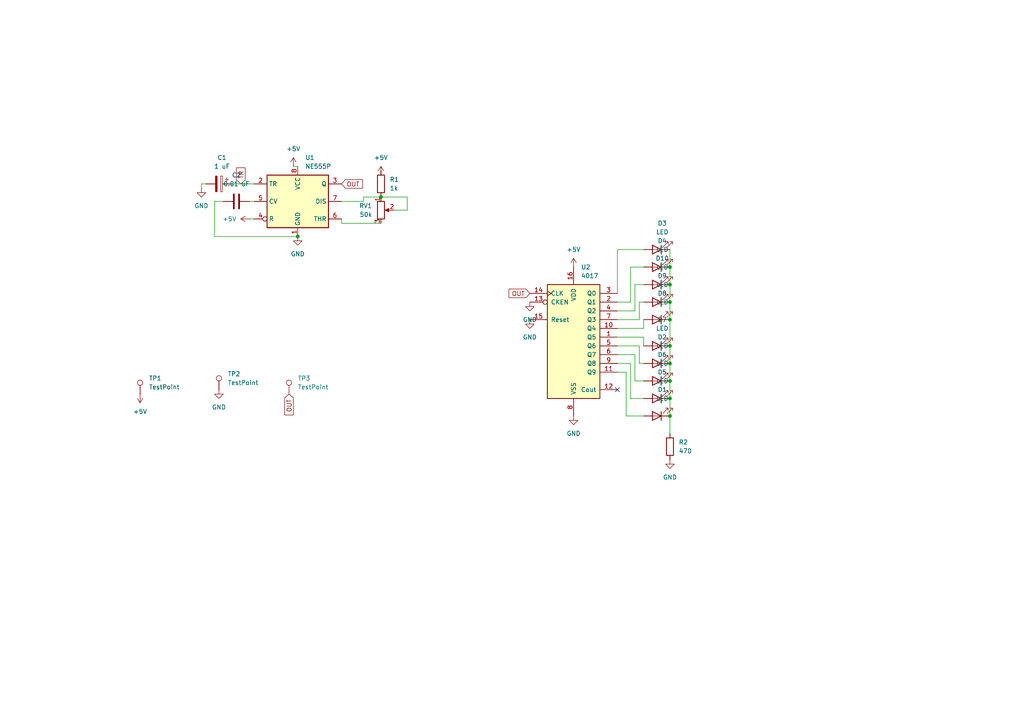
<source format=kicad_sch>
(kicad_sch
	(version 20250114)
	(generator "eeschema")
	(generator_version "9.0")
	(uuid "f23e551b-af0d-41fb-a9c9-3b14d2944636")
	(paper "A4")
	(lib_symbols
		(symbol "4xxx:4017"
			(pin_names
				(offset 1.016)
			)
			(exclude_from_sim no)
			(in_bom yes)
			(on_board yes)
			(property "Reference" "U"
				(at -7.62 16.51 0)
				(effects
					(font
						(size 1.27 1.27)
					)
				)
			)
			(property "Value" "4017"
				(at -7.62 -19.05 0)
				(effects
					(font
						(size 1.27 1.27)
					)
				)
			)
			(property "Footprint" ""
				(at 0 0 0)
				(effects
					(font
						(size 1.27 1.27)
					)
					(hide yes)
				)
			)
			(property "Datasheet" "http://www.intersil.com/content/dam/Intersil/documents/cd40/cd4017bms-22bms.pdf"
				(at 0 0 0)
				(effects
					(font
						(size 1.27 1.27)
					)
					(hide yes)
				)
			)
			(property "Description" "Johnson Counter ( 10 outputs )"
				(at 0 0 0)
				(effects
					(font
						(size 1.27 1.27)
					)
					(hide yes)
				)
			)
			(property "ki_locked" ""
				(at 0 0 0)
				(effects
					(font
						(size 1.27 1.27)
					)
				)
			)
			(property "ki_keywords" "CNT CNT10"
				(at 0 0 0)
				(effects
					(font
						(size 1.27 1.27)
					)
					(hide yes)
				)
			)
			(property "ki_fp_filters" "DIP?16*"
				(at 0 0 0)
				(effects
					(font
						(size 1.27 1.27)
					)
					(hide yes)
				)
			)
			(symbol "4017_1_0"
				(pin input clock
					(at -12.7 12.7 0)
					(length 5.08)
					(name "CLK"
						(effects
							(font
								(size 1.27 1.27)
							)
						)
					)
					(number "14"
						(effects
							(font
								(size 1.27 1.27)
							)
						)
					)
				)
				(pin input inverted
					(at -12.7 10.16 0)
					(length 5.08)
					(name "CKEN"
						(effects
							(font
								(size 1.27 1.27)
							)
						)
					)
					(number "13"
						(effects
							(font
								(size 1.27 1.27)
							)
						)
					)
				)
				(pin input line
					(at -12.7 5.08 0)
					(length 5.08)
					(name "Reset"
						(effects
							(font
								(size 1.27 1.27)
							)
						)
					)
					(number "15"
						(effects
							(font
								(size 1.27 1.27)
							)
						)
					)
				)
				(pin power_in line
					(at 0 20.32 270)
					(length 5.08)
					(name "VDD"
						(effects
							(font
								(size 1.27 1.27)
							)
						)
					)
					(number "16"
						(effects
							(font
								(size 1.27 1.27)
							)
						)
					)
				)
				(pin power_in line
					(at 0 -22.86 90)
					(length 5.08)
					(name "VSS"
						(effects
							(font
								(size 1.27 1.27)
							)
						)
					)
					(number "8"
						(effects
							(font
								(size 1.27 1.27)
							)
						)
					)
				)
				(pin output line
					(at 12.7 12.7 180)
					(length 5.08)
					(name "Q0"
						(effects
							(font
								(size 1.27 1.27)
							)
						)
					)
					(number "3"
						(effects
							(font
								(size 1.27 1.27)
							)
						)
					)
				)
				(pin output line
					(at 12.7 10.16 180)
					(length 5.08)
					(name "Q1"
						(effects
							(font
								(size 1.27 1.27)
							)
						)
					)
					(number "2"
						(effects
							(font
								(size 1.27 1.27)
							)
						)
					)
				)
				(pin output line
					(at 12.7 7.62 180)
					(length 5.08)
					(name "Q2"
						(effects
							(font
								(size 1.27 1.27)
							)
						)
					)
					(number "4"
						(effects
							(font
								(size 1.27 1.27)
							)
						)
					)
				)
				(pin output line
					(at 12.7 5.08 180)
					(length 5.08)
					(name "Q3"
						(effects
							(font
								(size 1.27 1.27)
							)
						)
					)
					(number "7"
						(effects
							(font
								(size 1.27 1.27)
							)
						)
					)
				)
				(pin output line
					(at 12.7 2.54 180)
					(length 5.08)
					(name "Q4"
						(effects
							(font
								(size 1.27 1.27)
							)
						)
					)
					(number "10"
						(effects
							(font
								(size 1.27 1.27)
							)
						)
					)
				)
				(pin output line
					(at 12.7 0 180)
					(length 5.08)
					(name "Q5"
						(effects
							(font
								(size 1.27 1.27)
							)
						)
					)
					(number "1"
						(effects
							(font
								(size 1.27 1.27)
							)
						)
					)
				)
				(pin output line
					(at 12.7 -2.54 180)
					(length 5.08)
					(name "Q6"
						(effects
							(font
								(size 1.27 1.27)
							)
						)
					)
					(number "5"
						(effects
							(font
								(size 1.27 1.27)
							)
						)
					)
				)
				(pin output line
					(at 12.7 -5.08 180)
					(length 5.08)
					(name "Q7"
						(effects
							(font
								(size 1.27 1.27)
							)
						)
					)
					(number "6"
						(effects
							(font
								(size 1.27 1.27)
							)
						)
					)
				)
				(pin output line
					(at 12.7 -7.62 180)
					(length 5.08)
					(name "Q8"
						(effects
							(font
								(size 1.27 1.27)
							)
						)
					)
					(number "9"
						(effects
							(font
								(size 1.27 1.27)
							)
						)
					)
				)
				(pin output line
					(at 12.7 -10.16 180)
					(length 5.08)
					(name "Q9"
						(effects
							(font
								(size 1.27 1.27)
							)
						)
					)
					(number "11"
						(effects
							(font
								(size 1.27 1.27)
							)
						)
					)
				)
				(pin output line
					(at 12.7 -15.24 180)
					(length 5.08)
					(name "Cout"
						(effects
							(font
								(size 1.27 1.27)
							)
						)
					)
					(number "12"
						(effects
							(font
								(size 1.27 1.27)
							)
						)
					)
				)
			)
			(symbol "4017_1_1"
				(rectangle
					(start -7.62 15.24)
					(end 7.62 -17.78)
					(stroke
						(width 0.254)
						(type default)
					)
					(fill
						(type background)
					)
				)
			)
			(embedded_fonts no)
		)
		(symbol "Connector:TestPoint"
			(pin_numbers
				(hide yes)
			)
			(pin_names
				(offset 0.762)
				(hide yes)
			)
			(exclude_from_sim no)
			(in_bom yes)
			(on_board yes)
			(property "Reference" "TP"
				(at 0 6.858 0)
				(effects
					(font
						(size 1.27 1.27)
					)
				)
			)
			(property "Value" "TestPoint"
				(at 0 5.08 0)
				(effects
					(font
						(size 1.27 1.27)
					)
				)
			)
			(property "Footprint" ""
				(at 5.08 0 0)
				(effects
					(font
						(size 1.27 1.27)
					)
					(hide yes)
				)
			)
			(property "Datasheet" "~"
				(at 5.08 0 0)
				(effects
					(font
						(size 1.27 1.27)
					)
					(hide yes)
				)
			)
			(property "Description" "test point"
				(at 0 0 0)
				(effects
					(font
						(size 1.27 1.27)
					)
					(hide yes)
				)
			)
			(property "ki_keywords" "test point tp"
				(at 0 0 0)
				(effects
					(font
						(size 1.27 1.27)
					)
					(hide yes)
				)
			)
			(property "ki_fp_filters" "Pin* Test*"
				(at 0 0 0)
				(effects
					(font
						(size 1.27 1.27)
					)
					(hide yes)
				)
			)
			(symbol "TestPoint_0_1"
				(circle
					(center 0 3.302)
					(radius 0.762)
					(stroke
						(width 0)
						(type default)
					)
					(fill
						(type none)
					)
				)
			)
			(symbol "TestPoint_1_1"
				(pin passive line
					(at 0 0 90)
					(length 2.54)
					(name "1"
						(effects
							(font
								(size 1.27 1.27)
							)
						)
					)
					(number "1"
						(effects
							(font
								(size 1.27 1.27)
							)
						)
					)
				)
			)
			(embedded_fonts no)
		)
		(symbol "Device:C"
			(pin_numbers
				(hide yes)
			)
			(pin_names
				(offset 0.254)
			)
			(exclude_from_sim no)
			(in_bom yes)
			(on_board yes)
			(property "Reference" "C"
				(at 0.635 2.54 0)
				(effects
					(font
						(size 1.27 1.27)
					)
					(justify left)
				)
			)
			(property "Value" "C"
				(at 0.635 -2.54 0)
				(effects
					(font
						(size 1.27 1.27)
					)
					(justify left)
				)
			)
			(property "Footprint" ""
				(at 0.9652 -3.81 0)
				(effects
					(font
						(size 1.27 1.27)
					)
					(hide yes)
				)
			)
			(property "Datasheet" "~"
				(at 0 0 0)
				(effects
					(font
						(size 1.27 1.27)
					)
					(hide yes)
				)
			)
			(property "Description" "Unpolarized capacitor"
				(at 0 0 0)
				(effects
					(font
						(size 1.27 1.27)
					)
					(hide yes)
				)
			)
			(property "ki_keywords" "cap capacitor"
				(at 0 0 0)
				(effects
					(font
						(size 1.27 1.27)
					)
					(hide yes)
				)
			)
			(property "ki_fp_filters" "C_*"
				(at 0 0 0)
				(effects
					(font
						(size 1.27 1.27)
					)
					(hide yes)
				)
			)
			(symbol "C_0_1"
				(polyline
					(pts
						(xy -2.032 0.762) (xy 2.032 0.762)
					)
					(stroke
						(width 0.508)
						(type default)
					)
					(fill
						(type none)
					)
				)
				(polyline
					(pts
						(xy -2.032 -0.762) (xy 2.032 -0.762)
					)
					(stroke
						(width 0.508)
						(type default)
					)
					(fill
						(type none)
					)
				)
			)
			(symbol "C_1_1"
				(pin passive line
					(at 0 3.81 270)
					(length 2.794)
					(name "~"
						(effects
							(font
								(size 1.27 1.27)
							)
						)
					)
					(number "1"
						(effects
							(font
								(size 1.27 1.27)
							)
						)
					)
				)
				(pin passive line
					(at 0 -3.81 90)
					(length 2.794)
					(name "~"
						(effects
							(font
								(size 1.27 1.27)
							)
						)
					)
					(number "2"
						(effects
							(font
								(size 1.27 1.27)
							)
						)
					)
				)
			)
			(embedded_fonts no)
		)
		(symbol "Device:C_Polarized"
			(pin_numbers
				(hide yes)
			)
			(pin_names
				(offset 0.254)
			)
			(exclude_from_sim no)
			(in_bom yes)
			(on_board yes)
			(property "Reference" "C"
				(at 0.635 2.54 0)
				(effects
					(font
						(size 1.27 1.27)
					)
					(justify left)
				)
			)
			(property "Value" "C_Polarized"
				(at 0.635 -2.54 0)
				(effects
					(font
						(size 1.27 1.27)
					)
					(justify left)
				)
			)
			(property "Footprint" ""
				(at 0.9652 -3.81 0)
				(effects
					(font
						(size 1.27 1.27)
					)
					(hide yes)
				)
			)
			(property "Datasheet" "~"
				(at 0 0 0)
				(effects
					(font
						(size 1.27 1.27)
					)
					(hide yes)
				)
			)
			(property "Description" "Polarized capacitor"
				(at 0 0 0)
				(effects
					(font
						(size 1.27 1.27)
					)
					(hide yes)
				)
			)
			(property "ki_keywords" "cap capacitor"
				(at 0 0 0)
				(effects
					(font
						(size 1.27 1.27)
					)
					(hide yes)
				)
			)
			(property "ki_fp_filters" "CP_*"
				(at 0 0 0)
				(effects
					(font
						(size 1.27 1.27)
					)
					(hide yes)
				)
			)
			(symbol "C_Polarized_0_1"
				(rectangle
					(start -2.286 0.508)
					(end 2.286 1.016)
					(stroke
						(width 0)
						(type default)
					)
					(fill
						(type none)
					)
				)
				(polyline
					(pts
						(xy -1.778 2.286) (xy -0.762 2.286)
					)
					(stroke
						(width 0)
						(type default)
					)
					(fill
						(type none)
					)
				)
				(polyline
					(pts
						(xy -1.27 2.794) (xy -1.27 1.778)
					)
					(stroke
						(width 0)
						(type default)
					)
					(fill
						(type none)
					)
				)
				(rectangle
					(start 2.286 -0.508)
					(end -2.286 -1.016)
					(stroke
						(width 0)
						(type default)
					)
					(fill
						(type outline)
					)
				)
			)
			(symbol "C_Polarized_1_1"
				(pin passive line
					(at 0 3.81 270)
					(length 2.794)
					(name "~"
						(effects
							(font
								(size 1.27 1.27)
							)
						)
					)
					(number "1"
						(effects
							(font
								(size 1.27 1.27)
							)
						)
					)
				)
				(pin passive line
					(at 0 -3.81 90)
					(length 2.794)
					(name "~"
						(effects
							(font
								(size 1.27 1.27)
							)
						)
					)
					(number "2"
						(effects
							(font
								(size 1.27 1.27)
							)
						)
					)
				)
			)
			(embedded_fonts no)
		)
		(symbol "Device:LED"
			(pin_numbers
				(hide yes)
			)
			(pin_names
				(offset 1.016)
				(hide yes)
			)
			(exclude_from_sim no)
			(in_bom yes)
			(on_board yes)
			(property "Reference" "D"
				(at 0 2.54 0)
				(effects
					(font
						(size 1.27 1.27)
					)
				)
			)
			(property "Value" "LED"
				(at 0 -2.54 0)
				(effects
					(font
						(size 1.27 1.27)
					)
				)
			)
			(property "Footprint" ""
				(at 0 0 0)
				(effects
					(font
						(size 1.27 1.27)
					)
					(hide yes)
				)
			)
			(property "Datasheet" "~"
				(at 0 0 0)
				(effects
					(font
						(size 1.27 1.27)
					)
					(hide yes)
				)
			)
			(property "Description" "Light emitting diode"
				(at 0 0 0)
				(effects
					(font
						(size 1.27 1.27)
					)
					(hide yes)
				)
			)
			(property "Sim.Pins" "1=K 2=A"
				(at 0 0 0)
				(effects
					(font
						(size 1.27 1.27)
					)
					(hide yes)
				)
			)
			(property "ki_keywords" "LED diode"
				(at 0 0 0)
				(effects
					(font
						(size 1.27 1.27)
					)
					(hide yes)
				)
			)
			(property "ki_fp_filters" "LED* LED_SMD:* LED_THT:*"
				(at 0 0 0)
				(effects
					(font
						(size 1.27 1.27)
					)
					(hide yes)
				)
			)
			(symbol "LED_0_1"
				(polyline
					(pts
						(xy -3.048 -0.762) (xy -4.572 -2.286) (xy -3.81 -2.286) (xy -4.572 -2.286) (xy -4.572 -1.524)
					)
					(stroke
						(width 0)
						(type default)
					)
					(fill
						(type none)
					)
				)
				(polyline
					(pts
						(xy -1.778 -0.762) (xy -3.302 -2.286) (xy -2.54 -2.286) (xy -3.302 -2.286) (xy -3.302 -1.524)
					)
					(stroke
						(width 0)
						(type default)
					)
					(fill
						(type none)
					)
				)
				(polyline
					(pts
						(xy -1.27 0) (xy 1.27 0)
					)
					(stroke
						(width 0)
						(type default)
					)
					(fill
						(type none)
					)
				)
				(polyline
					(pts
						(xy -1.27 -1.27) (xy -1.27 1.27)
					)
					(stroke
						(width 0.254)
						(type default)
					)
					(fill
						(type none)
					)
				)
				(polyline
					(pts
						(xy 1.27 -1.27) (xy 1.27 1.27) (xy -1.27 0) (xy 1.27 -1.27)
					)
					(stroke
						(width 0.254)
						(type default)
					)
					(fill
						(type none)
					)
				)
			)
			(symbol "LED_1_1"
				(pin passive line
					(at -3.81 0 0)
					(length 2.54)
					(name "K"
						(effects
							(font
								(size 1.27 1.27)
							)
						)
					)
					(number "1"
						(effects
							(font
								(size 1.27 1.27)
							)
						)
					)
				)
				(pin passive line
					(at 3.81 0 180)
					(length 2.54)
					(name "A"
						(effects
							(font
								(size 1.27 1.27)
							)
						)
					)
					(number "2"
						(effects
							(font
								(size 1.27 1.27)
							)
						)
					)
				)
			)
			(embedded_fonts no)
		)
		(symbol "Device:R"
			(pin_numbers
				(hide yes)
			)
			(pin_names
				(offset 0)
			)
			(exclude_from_sim no)
			(in_bom yes)
			(on_board yes)
			(property "Reference" "R"
				(at 2.032 0 90)
				(effects
					(font
						(size 1.27 1.27)
					)
				)
			)
			(property "Value" "R"
				(at 0 0 90)
				(effects
					(font
						(size 1.27 1.27)
					)
				)
			)
			(property "Footprint" ""
				(at -1.778 0 90)
				(effects
					(font
						(size 1.27 1.27)
					)
					(hide yes)
				)
			)
			(property "Datasheet" "~"
				(at 0 0 0)
				(effects
					(font
						(size 1.27 1.27)
					)
					(hide yes)
				)
			)
			(property "Description" "Resistor"
				(at 0 0 0)
				(effects
					(font
						(size 1.27 1.27)
					)
					(hide yes)
				)
			)
			(property "ki_keywords" "R res resistor"
				(at 0 0 0)
				(effects
					(font
						(size 1.27 1.27)
					)
					(hide yes)
				)
			)
			(property "ki_fp_filters" "R_*"
				(at 0 0 0)
				(effects
					(font
						(size 1.27 1.27)
					)
					(hide yes)
				)
			)
			(symbol "R_0_1"
				(rectangle
					(start -1.016 -2.54)
					(end 1.016 2.54)
					(stroke
						(width 0.254)
						(type default)
					)
					(fill
						(type none)
					)
				)
			)
			(symbol "R_1_1"
				(pin passive line
					(at 0 3.81 270)
					(length 1.27)
					(name "~"
						(effects
							(font
								(size 1.27 1.27)
							)
						)
					)
					(number "1"
						(effects
							(font
								(size 1.27 1.27)
							)
						)
					)
				)
				(pin passive line
					(at 0 -3.81 90)
					(length 1.27)
					(name "~"
						(effects
							(font
								(size 1.27 1.27)
							)
						)
					)
					(number "2"
						(effects
							(font
								(size 1.27 1.27)
							)
						)
					)
				)
			)
			(embedded_fonts no)
		)
		(symbol "Device:R_Potentiometer"
			(pin_names
				(offset 1.016)
				(hide yes)
			)
			(exclude_from_sim no)
			(in_bom yes)
			(on_board yes)
			(property "Reference" "RV"
				(at -4.445 0 90)
				(effects
					(font
						(size 1.27 1.27)
					)
				)
			)
			(property "Value" "R_Potentiometer"
				(at -2.54 0 90)
				(effects
					(font
						(size 1.27 1.27)
					)
				)
			)
			(property "Footprint" ""
				(at 0 0 0)
				(effects
					(font
						(size 1.27 1.27)
					)
					(hide yes)
				)
			)
			(property "Datasheet" "~"
				(at 0 0 0)
				(effects
					(font
						(size 1.27 1.27)
					)
					(hide yes)
				)
			)
			(property "Description" "Potentiometer"
				(at 0 0 0)
				(effects
					(font
						(size 1.27 1.27)
					)
					(hide yes)
				)
			)
			(property "ki_keywords" "resistor variable"
				(at 0 0 0)
				(effects
					(font
						(size 1.27 1.27)
					)
					(hide yes)
				)
			)
			(property "ki_fp_filters" "Potentiometer*"
				(at 0 0 0)
				(effects
					(font
						(size 1.27 1.27)
					)
					(hide yes)
				)
			)
			(symbol "R_Potentiometer_0_1"
				(rectangle
					(start 1.016 2.54)
					(end -1.016 -2.54)
					(stroke
						(width 0.254)
						(type default)
					)
					(fill
						(type none)
					)
				)
				(polyline
					(pts
						(xy 1.143 0) (xy 2.286 0.508) (xy 2.286 -0.508) (xy 1.143 0)
					)
					(stroke
						(width 0)
						(type default)
					)
					(fill
						(type outline)
					)
				)
				(polyline
					(pts
						(xy 2.54 0) (xy 1.524 0)
					)
					(stroke
						(width 0)
						(type default)
					)
					(fill
						(type none)
					)
				)
			)
			(symbol "R_Potentiometer_1_1"
				(pin passive line
					(at 0 3.81 270)
					(length 1.27)
					(name "1"
						(effects
							(font
								(size 1.27 1.27)
							)
						)
					)
					(number "1"
						(effects
							(font
								(size 1.27 1.27)
							)
						)
					)
				)
				(pin passive line
					(at 0 -3.81 90)
					(length 1.27)
					(name "3"
						(effects
							(font
								(size 1.27 1.27)
							)
						)
					)
					(number "3"
						(effects
							(font
								(size 1.27 1.27)
							)
						)
					)
				)
				(pin passive line
					(at 3.81 0 180)
					(length 1.27)
					(name "2"
						(effects
							(font
								(size 1.27 1.27)
							)
						)
					)
					(number "2"
						(effects
							(font
								(size 1.27 1.27)
							)
						)
					)
				)
			)
			(embedded_fonts no)
		)
		(symbol "Timer:NE555P"
			(exclude_from_sim no)
			(in_bom yes)
			(on_board yes)
			(property "Reference" "U"
				(at -10.16 8.89 0)
				(effects
					(font
						(size 1.27 1.27)
					)
					(justify left)
				)
			)
			(property "Value" "NE555P"
				(at 2.54 8.89 0)
				(effects
					(font
						(size 1.27 1.27)
					)
					(justify left)
				)
			)
			(property "Footprint" "Package_DIP:DIP-8_W7.62mm"
				(at 16.51 -10.16 0)
				(effects
					(font
						(size 1.27 1.27)
					)
					(hide yes)
				)
			)
			(property "Datasheet" "http://www.ti.com/lit/ds/symlink/ne555.pdf"
				(at 21.59 -10.16 0)
				(effects
					(font
						(size 1.27 1.27)
					)
					(hide yes)
				)
			)
			(property "Description" "Precision Timers, 555 compatible,  PDIP-8"
				(at 0 0 0)
				(effects
					(font
						(size 1.27 1.27)
					)
					(hide yes)
				)
			)
			(property "ki_keywords" "single timer 555"
				(at 0 0 0)
				(effects
					(font
						(size 1.27 1.27)
					)
					(hide yes)
				)
			)
			(property "ki_fp_filters" "DIP*W7.62mm*"
				(at 0 0 0)
				(effects
					(font
						(size 1.27 1.27)
					)
					(hide yes)
				)
			)
			(symbol "NE555P_0_0"
				(pin power_in line
					(at 0 10.16 270)
					(length 2.54)
					(name "VCC"
						(effects
							(font
								(size 1.27 1.27)
							)
						)
					)
					(number "8"
						(effects
							(font
								(size 1.27 1.27)
							)
						)
					)
				)
				(pin power_in line
					(at 0 -10.16 90)
					(length 2.54)
					(name "GND"
						(effects
							(font
								(size 1.27 1.27)
							)
						)
					)
					(number "1"
						(effects
							(font
								(size 1.27 1.27)
							)
						)
					)
				)
			)
			(symbol "NE555P_0_1"
				(rectangle
					(start -8.89 -7.62)
					(end 8.89 7.62)
					(stroke
						(width 0.254)
						(type default)
					)
					(fill
						(type background)
					)
				)
				(rectangle
					(start -8.89 -7.62)
					(end 8.89 7.62)
					(stroke
						(width 0.254)
						(type default)
					)
					(fill
						(type background)
					)
				)
			)
			(symbol "NE555P_1_1"
				(pin input line
					(at -12.7 5.08 0)
					(length 3.81)
					(name "TR"
						(effects
							(font
								(size 1.27 1.27)
							)
						)
					)
					(number "2"
						(effects
							(font
								(size 1.27 1.27)
							)
						)
					)
				)
				(pin input line
					(at -12.7 0 0)
					(length 3.81)
					(name "CV"
						(effects
							(font
								(size 1.27 1.27)
							)
						)
					)
					(number "5"
						(effects
							(font
								(size 1.27 1.27)
							)
						)
					)
				)
				(pin input inverted
					(at -12.7 -5.08 0)
					(length 3.81)
					(name "R"
						(effects
							(font
								(size 1.27 1.27)
							)
						)
					)
					(number "4"
						(effects
							(font
								(size 1.27 1.27)
							)
						)
					)
				)
				(pin output line
					(at 12.7 5.08 180)
					(length 3.81)
					(name "Q"
						(effects
							(font
								(size 1.27 1.27)
							)
						)
					)
					(number "3"
						(effects
							(font
								(size 1.27 1.27)
							)
						)
					)
				)
				(pin input line
					(at 12.7 0 180)
					(length 3.81)
					(name "DIS"
						(effects
							(font
								(size 1.27 1.27)
							)
						)
					)
					(number "7"
						(effects
							(font
								(size 1.27 1.27)
							)
						)
					)
				)
				(pin input line
					(at 12.7 -5.08 180)
					(length 3.81)
					(name "THR"
						(effects
							(font
								(size 1.27 1.27)
							)
						)
					)
					(number "6"
						(effects
							(font
								(size 1.27 1.27)
							)
						)
					)
				)
			)
			(embedded_fonts no)
		)
		(symbol "power:+5V"
			(power)
			(pin_numbers
				(hide yes)
			)
			(pin_names
				(offset 0)
				(hide yes)
			)
			(exclude_from_sim no)
			(in_bom yes)
			(on_board yes)
			(property "Reference" "#PWR"
				(at 0 -3.81 0)
				(effects
					(font
						(size 1.27 1.27)
					)
					(hide yes)
				)
			)
			(property "Value" "+5V"
				(at 0 3.556 0)
				(effects
					(font
						(size 1.27 1.27)
					)
				)
			)
			(property "Footprint" ""
				(at 0 0 0)
				(effects
					(font
						(size 1.27 1.27)
					)
					(hide yes)
				)
			)
			(property "Datasheet" ""
				(at 0 0 0)
				(effects
					(font
						(size 1.27 1.27)
					)
					(hide yes)
				)
			)
			(property "Description" "Power symbol creates a global label with name \"+5V\""
				(at 0 0 0)
				(effects
					(font
						(size 1.27 1.27)
					)
					(hide yes)
				)
			)
			(property "ki_keywords" "global power"
				(at 0 0 0)
				(effects
					(font
						(size 1.27 1.27)
					)
					(hide yes)
				)
			)
			(symbol "+5V_0_1"
				(polyline
					(pts
						(xy -0.762 1.27) (xy 0 2.54)
					)
					(stroke
						(width 0)
						(type default)
					)
					(fill
						(type none)
					)
				)
				(polyline
					(pts
						(xy 0 2.54) (xy 0.762 1.27)
					)
					(stroke
						(width 0)
						(type default)
					)
					(fill
						(type none)
					)
				)
				(polyline
					(pts
						(xy 0 0) (xy 0 2.54)
					)
					(stroke
						(width 0)
						(type default)
					)
					(fill
						(type none)
					)
				)
			)
			(symbol "+5V_1_1"
				(pin power_in line
					(at 0 0 90)
					(length 0)
					(name "~"
						(effects
							(font
								(size 1.27 1.27)
							)
						)
					)
					(number "1"
						(effects
							(font
								(size 1.27 1.27)
							)
						)
					)
				)
			)
			(embedded_fonts no)
		)
		(symbol "power:GND"
			(power)
			(pin_numbers
				(hide yes)
			)
			(pin_names
				(offset 0)
				(hide yes)
			)
			(exclude_from_sim no)
			(in_bom yes)
			(on_board yes)
			(property "Reference" "#PWR"
				(at 0 -6.35 0)
				(effects
					(font
						(size 1.27 1.27)
					)
					(hide yes)
				)
			)
			(property "Value" "GND"
				(at 0 -3.81 0)
				(effects
					(font
						(size 1.27 1.27)
					)
				)
			)
			(property "Footprint" ""
				(at 0 0 0)
				(effects
					(font
						(size 1.27 1.27)
					)
					(hide yes)
				)
			)
			(property "Datasheet" ""
				(at 0 0 0)
				(effects
					(font
						(size 1.27 1.27)
					)
					(hide yes)
				)
			)
			(property "Description" "Power symbol creates a global label with name \"GND\" , ground"
				(at 0 0 0)
				(effects
					(font
						(size 1.27 1.27)
					)
					(hide yes)
				)
			)
			(property "ki_keywords" "global power"
				(at 0 0 0)
				(effects
					(font
						(size 1.27 1.27)
					)
					(hide yes)
				)
			)
			(symbol "GND_0_1"
				(polyline
					(pts
						(xy 0 0) (xy 0 -1.27) (xy 1.27 -1.27) (xy 0 -2.54) (xy -1.27 -1.27) (xy 0 -1.27)
					)
					(stroke
						(width 0)
						(type default)
					)
					(fill
						(type none)
					)
				)
			)
			(symbol "GND_1_1"
				(pin power_in line
					(at 0 0 270)
					(length 0)
					(name "~"
						(effects
							(font
								(size 1.27 1.27)
							)
						)
					)
					(number "1"
						(effects
							(font
								(size 1.27 1.27)
							)
						)
					)
				)
			)
			(embedded_fonts no)
		)
	)
	(junction
		(at 194.31 82.55)
		(diameter 0)
		(color 0 0 0 0)
		(uuid "05fb1143-8c18-4994-a512-f324b96b1206")
	)
	(junction
		(at 194.31 77.47)
		(diameter 0)
		(color 0 0 0 0)
		(uuid "2d137012-b9d1-493d-a03c-c1d78e570d76")
	)
	(junction
		(at 194.31 100.33)
		(diameter 0)
		(color 0 0 0 0)
		(uuid "5664a18d-b2fc-4acd-a478-6822cedf8a83")
	)
	(junction
		(at 194.31 92.71)
		(diameter 0)
		(color 0 0 0 0)
		(uuid "755e7654-7ac4-4071-997d-c9a153408a36")
	)
	(junction
		(at 194.31 120.65)
		(diameter 0)
		(color 0 0 0 0)
		(uuid "81d10ea1-7192-41b9-a2fc-56ac7a8d457b")
	)
	(junction
		(at 194.31 87.63)
		(diameter 0)
		(color 0 0 0 0)
		(uuid "9258cc2c-e521-4115-bb7c-d525d2ef5f7e")
	)
	(junction
		(at 110.49 57.15)
		(diameter 0)
		(color 0 0 0 0)
		(uuid "97c85103-a5d1-424a-8021-ff5f2371efff")
	)
	(junction
		(at 194.31 105.41)
		(diameter 0)
		(color 0 0 0 0)
		(uuid "c6e2f32e-e2e0-431f-b046-6275d809287e")
	)
	(junction
		(at 86.36 68.58)
		(diameter 0)
		(color 0 0 0 0)
		(uuid "ca654183-6857-4279-90d5-d32ecc93e5cc")
	)
	(junction
		(at 194.31 110.49)
		(diameter 0)
		(color 0 0 0 0)
		(uuid "dabfab43-547b-46c0-b127-9738e976f73d")
	)
	(junction
		(at 194.31 115.57)
		(diameter 0)
		(color 0 0 0 0)
		(uuid "e6a7cebf-d66e-48f2-a64c-8698ec4ee6e6")
	)
	(no_connect
		(at 179.07 113.03)
		(uuid "789ebb73-8d7f-469a-b58c-e440868c5543")
	)
	(wire
		(pts
			(xy 59.69 53.34) (xy 58.42 53.34)
		)
		(stroke
			(width 0)
			(type default)
		)
		(uuid "03bcc6d7-cbe6-45b4-9f3d-8cb154b82a18")
	)
	(wire
		(pts
			(xy 99.06 58.42) (xy 105.41 58.42)
		)
		(stroke
			(width 0)
			(type default)
		)
		(uuid "0743fd34-af6c-4dd7-ade3-9318715181d9")
	)
	(wire
		(pts
			(xy 186.69 120.65) (xy 181.61 120.65)
		)
		(stroke
			(width 0)
			(type default)
		)
		(uuid "0c9a6459-7d02-489a-bad8-3dab58fe3601")
	)
	(wire
		(pts
			(xy 105.41 58.42) (xy 105.41 57.15)
		)
		(stroke
			(width 0)
			(type default)
		)
		(uuid "0e9a0143-4221-427b-8612-1f6afd59ea42")
	)
	(wire
		(pts
			(xy 194.31 120.65) (xy 194.31 125.73)
		)
		(stroke
			(width 0)
			(type default)
		)
		(uuid "13740845-ac98-40f7-928f-2fa2e209651e")
	)
	(wire
		(pts
			(xy 64.77 58.42) (xy 62.23 58.42)
		)
		(stroke
			(width 0)
			(type default)
		)
		(uuid "17b1a903-d458-418a-b48f-36439c3f7e94")
	)
	(wire
		(pts
			(xy 110.49 57.15) (xy 118.11 57.15)
		)
		(stroke
			(width 0)
			(type default)
		)
		(uuid "1a593ef7-e563-43f6-99f6-ffd1e97af9fc")
	)
	(wire
		(pts
			(xy 62.23 68.58) (xy 86.36 68.58)
		)
		(stroke
			(width 0)
			(type default)
		)
		(uuid "1bf06594-2be6-455d-b1ab-b2a77c9e90b2")
	)
	(wire
		(pts
			(xy 194.31 115.57) (xy 194.31 120.65)
		)
		(stroke
			(width 0)
			(type default)
		)
		(uuid "1eae5865-2b42-48e2-8c61-00633424392e")
	)
	(wire
		(pts
			(xy 182.88 115.57) (xy 182.88 105.41)
		)
		(stroke
			(width 0)
			(type default)
		)
		(uuid "23f82ca9-140c-4685-9136-8cad7579a0cf")
	)
	(wire
		(pts
			(xy 194.31 82.55) (xy 194.31 87.63)
		)
		(stroke
			(width 0)
			(type default)
		)
		(uuid "24293318-cc33-4752-a582-dcee7c5611c7")
	)
	(wire
		(pts
			(xy 184.15 82.55) (xy 186.69 82.55)
		)
		(stroke
			(width 0)
			(type default)
		)
		(uuid "261ac5c8-9168-40e0-9234-8ae448bd9bcd")
	)
	(wire
		(pts
			(xy 179.07 85.09) (xy 179.07 72.39)
		)
		(stroke
			(width 0)
			(type default)
		)
		(uuid "2f79b697-3ec1-41ab-b19c-d985f59750af")
	)
	(wire
		(pts
			(xy 182.88 77.47) (xy 186.69 77.47)
		)
		(stroke
			(width 0)
			(type default)
		)
		(uuid "362f4909-5f40-4d91-bf9f-f818010574f9")
	)
	(wire
		(pts
			(xy 105.41 57.15) (xy 110.49 57.15)
		)
		(stroke
			(width 0)
			(type default)
		)
		(uuid "458dd402-81fb-40e7-aba0-bb446b06dc34")
	)
	(wire
		(pts
			(xy 62.23 58.42) (xy 62.23 68.58)
		)
		(stroke
			(width 0)
			(type default)
		)
		(uuid "4b58f896-cf86-4536-bac5-ba2035a5ed89")
	)
	(wire
		(pts
			(xy 179.07 92.71) (xy 185.42 92.71)
		)
		(stroke
			(width 0)
			(type default)
		)
		(uuid "5dd6cbcf-db76-4503-9b38-8ecc92b9d367")
	)
	(wire
		(pts
			(xy 67.31 53.34) (xy 73.66 53.34)
		)
		(stroke
			(width 0)
			(type default)
		)
		(uuid "5f0f78fc-dde2-4790-8d94-41e522b3af04")
	)
	(wire
		(pts
			(xy 194.31 92.71) (xy 194.31 100.33)
		)
		(stroke
			(width 0)
			(type default)
		)
		(uuid "663db913-9a71-4a84-99b3-fbf1cc0d2fed")
	)
	(wire
		(pts
			(xy 58.42 53.34) (xy 58.42 54.61)
		)
		(stroke
			(width 0)
			(type default)
		)
		(uuid "68729c15-3853-43f5-bbfe-2d31ed22c540")
	)
	(wire
		(pts
			(xy 179.07 90.17) (xy 184.15 90.17)
		)
		(stroke
			(width 0)
			(type default)
		)
		(uuid "693c7717-dffb-45c2-949a-81ce0da29376")
	)
	(wire
		(pts
			(xy 194.31 77.47) (xy 194.31 82.55)
		)
		(stroke
			(width 0)
			(type default)
		)
		(uuid "6b17f880-20c1-4604-868a-ae4952067c58")
	)
	(wire
		(pts
			(xy 73.66 58.42) (xy 72.39 58.42)
		)
		(stroke
			(width 0)
			(type default)
		)
		(uuid "7779d726-c74d-4012-a79c-f4c26ea72d99")
	)
	(wire
		(pts
			(xy 185.42 87.63) (xy 186.69 87.63)
		)
		(stroke
			(width 0)
			(type default)
		)
		(uuid "7da43ed1-b99b-4800-adf5-c408f18ac5e0")
	)
	(wire
		(pts
			(xy 182.88 115.57) (xy 186.69 115.57)
		)
		(stroke
			(width 0)
			(type default)
		)
		(uuid "8054e7d2-af62-4d07-8844-79ae324115bf")
	)
	(wire
		(pts
			(xy 99.06 63.5) (xy 99.06 64.77)
		)
		(stroke
			(width 0)
			(type default)
		)
		(uuid "8388c79c-056d-4c3b-8e11-9337c05f0e2c")
	)
	(wire
		(pts
			(xy 182.88 105.41) (xy 179.07 105.41)
		)
		(stroke
			(width 0)
			(type default)
		)
		(uuid "857a57a4-7702-4a6a-9997-2185bca043d7")
	)
	(wire
		(pts
			(xy 185.42 100.33) (xy 185.42 105.41)
		)
		(stroke
			(width 0)
			(type default)
		)
		(uuid "887ea9fb-970f-4c13-8aed-4b8538788936")
	)
	(wire
		(pts
			(xy 179.07 72.39) (xy 186.69 72.39)
		)
		(stroke
			(width 0)
			(type default)
		)
		(uuid "9ed8754a-e067-4a94-b3ba-7b249cd8efff")
	)
	(wire
		(pts
			(xy 194.31 72.39) (xy 194.31 77.47)
		)
		(stroke
			(width 0)
			(type default)
		)
		(uuid "a3b0c9cd-7722-48e2-baf2-5d74d27d2e35")
	)
	(wire
		(pts
			(xy 99.06 64.77) (xy 110.49 64.77)
		)
		(stroke
			(width 0)
			(type default)
		)
		(uuid "a77b48b2-c2cc-4006-b095-ccc7250711f3")
	)
	(wire
		(pts
			(xy 182.88 87.63) (xy 182.88 77.47)
		)
		(stroke
			(width 0)
			(type default)
		)
		(uuid "afbe4f84-b27f-49dc-9167-296117b9dc29")
	)
	(wire
		(pts
			(xy 179.07 95.25) (xy 186.69 95.25)
		)
		(stroke
			(width 0)
			(type default)
		)
		(uuid "b1c80d7b-70c5-4667-b4c7-c955556a61cd")
	)
	(wire
		(pts
			(xy 194.31 105.41) (xy 194.31 110.49)
		)
		(stroke
			(width 0)
			(type default)
		)
		(uuid "b6266f3e-f5d9-43b8-8ce9-d81abae0edff")
	)
	(wire
		(pts
			(xy 181.61 107.95) (xy 179.07 107.95)
		)
		(stroke
			(width 0)
			(type default)
		)
		(uuid "b6a24ac9-8d07-4a8c-98a7-255332b7d6ea")
	)
	(wire
		(pts
			(xy 194.31 110.49) (xy 194.31 115.57)
		)
		(stroke
			(width 0)
			(type default)
		)
		(uuid "badacd5b-b24b-4799-82c7-4a978b2f687d")
	)
	(wire
		(pts
			(xy 73.66 63.5) (xy 72.39 63.5)
		)
		(stroke
			(width 0)
			(type default)
		)
		(uuid "bd8b8a9d-eea6-4def-ac3d-9af4d32bd3aa")
	)
	(wire
		(pts
			(xy 181.61 107.95) (xy 181.61 120.65)
		)
		(stroke
			(width 0)
			(type default)
		)
		(uuid "bd9e7526-595b-460c-b029-aedd29d1ea26")
	)
	(wire
		(pts
			(xy 194.31 87.63) (xy 194.31 92.71)
		)
		(stroke
			(width 0)
			(type default)
		)
		(uuid "c3a6c861-8462-4c5e-8311-124c14769d44")
	)
	(wire
		(pts
			(xy 118.11 60.96) (xy 114.3 60.96)
		)
		(stroke
			(width 0)
			(type default)
		)
		(uuid "c6fd85bd-655f-4c46-b243-e4b530ff597d")
	)
	(wire
		(pts
			(xy 194.31 100.33) (xy 194.31 105.41)
		)
		(stroke
			(width 0)
			(type default)
		)
		(uuid "d0384fa4-2579-49e5-8a40-a0d64c41a175")
	)
	(wire
		(pts
			(xy 184.15 110.49) (xy 184.15 102.87)
		)
		(stroke
			(width 0)
			(type default)
		)
		(uuid "d42f5f51-69d3-4e32-be2a-514a8e1967ef")
	)
	(wire
		(pts
			(xy 110.49 49.53) (xy 110.49 50.8)
		)
		(stroke
			(width 0)
			(type default)
		)
		(uuid "d93cbd8b-576a-4080-a42b-a017e70dda5d")
	)
	(wire
		(pts
			(xy 179.07 87.63) (xy 182.88 87.63)
		)
		(stroke
			(width 0)
			(type default)
		)
		(uuid "d94f7a2b-6485-4fd4-a41d-7e6b83eb8449")
	)
	(wire
		(pts
			(xy 118.11 57.15) (xy 118.11 60.96)
		)
		(stroke
			(width 0)
			(type default)
		)
		(uuid "db31645d-1640-4727-a7de-f02743448113")
	)
	(wire
		(pts
			(xy 184.15 102.87) (xy 179.07 102.87)
		)
		(stroke
			(width 0)
			(type default)
		)
		(uuid "de543d81-b565-4578-a3d3-cec6193a8685")
	)
	(wire
		(pts
			(xy 185.42 105.41) (xy 186.69 105.41)
		)
		(stroke
			(width 0)
			(type default)
		)
		(uuid "dfd1beaf-4e22-47d7-a140-28d686b6928f")
	)
	(wire
		(pts
			(xy 184.15 90.17) (xy 184.15 82.55)
		)
		(stroke
			(width 0)
			(type default)
		)
		(uuid "ef425c0b-eb2e-426f-b9bf-9fe3038c2d6f")
	)
	(wire
		(pts
			(xy 186.69 92.71) (xy 186.69 95.25)
		)
		(stroke
			(width 0)
			(type default)
		)
		(uuid "efae7fc1-c5de-4968-8173-805b7fffe9a3")
	)
	(wire
		(pts
			(xy 186.69 110.49) (xy 184.15 110.49)
		)
		(stroke
			(width 0)
			(type default)
		)
		(uuid "f02393b0-a755-4f69-a706-005e85f11d71")
	)
	(wire
		(pts
			(xy 179.07 100.33) (xy 185.42 100.33)
		)
		(stroke
			(width 0)
			(type default)
		)
		(uuid "f4b821b9-2899-45c0-ab5b-0b01f1f176a1")
	)
	(wire
		(pts
			(xy 186.69 100.33) (xy 186.69 97.79)
		)
		(stroke
			(width 0)
			(type default)
		)
		(uuid "f66d5d56-1ddf-4243-ba62-4396296d0d5a")
	)
	(wire
		(pts
			(xy 86.36 48.26) (xy 85.09 48.26)
		)
		(stroke
			(width 0)
			(type default)
		)
		(uuid "f75ccb8b-07fb-422a-b97b-1a524d1061d9")
	)
	(wire
		(pts
			(xy 179.07 97.79) (xy 186.69 97.79)
		)
		(stroke
			(width 0)
			(type default)
		)
		(uuid "f9de1183-ae3a-460b-9133-8c23da570c21")
	)
	(wire
		(pts
			(xy 185.42 92.71) (xy 185.42 87.63)
		)
		(stroke
			(width 0)
			(type default)
		)
		(uuid "f9e876cb-61f4-4f46-a4e8-d4028d1422f4")
	)
	(global_label "TR"
		(shape input)
		(at 69.85 53.34 90)
		(fields_autoplaced yes)
		(effects
			(font
				(size 1.27 1.27)
			)
			(justify left)
		)
		(uuid "078185b0-b9aa-4831-ac85-94e2519f4108")
		(property "Intersheetrefs" "${INTERSHEET_REFS}"
			(at 69.85 48.1172 90)
			(effects
				(font
					(size 1.27 1.27)
				)
				(justify left)
				(hide yes)
			)
		)
	)
	(global_label "OUT"
		(shape input)
		(at 153.67 85.09 180)
		(fields_autoplaced yes)
		(effects
			(font
				(size 1.27 1.27)
			)
			(justify right)
		)
		(uuid "694d1966-bea5-4bc2-9f67-545e4baf6995")
		(property "Intersheetrefs" "${INTERSHEET_REFS}"
			(at 147.0562 85.09 0)
			(effects
				(font
					(size 1.27 1.27)
				)
				(justify right)
				(hide yes)
			)
		)
	)
	(global_label "OUT"
		(shape input)
		(at 99.06 53.34 0)
		(fields_autoplaced yes)
		(effects
			(font
				(size 1.27 1.27)
			)
			(justify left)
		)
		(uuid "89ced9ea-18ba-4ddf-adbb-746e1b83c6de")
		(property "Intersheetrefs" "${INTERSHEET_REFS}"
			(at 105.6738 53.34 0)
			(effects
				(font
					(size 1.27 1.27)
				)
				(justify left)
				(hide yes)
			)
		)
	)
	(global_label "OUT"
		(shape input)
		(at 83.82 114.3 270)
		(fields_autoplaced yes)
		(effects
			(font
				(size 1.27 1.27)
			)
			(justify right)
		)
		(uuid "e3adea28-e187-48b9-a528-c9d28bc397ec")
		(property "Intersheetrefs" "${INTERSHEET_REFS}"
			(at 83.82 120.9138 90)
			(effects
				(font
					(size 1.27 1.27)
				)
				(justify right)
				(hide yes)
			)
		)
	)
	(symbol
		(lib_id "Connector:TestPoint")
		(at 40.64 114.3 0)
		(unit 1)
		(exclude_from_sim no)
		(in_bom yes)
		(on_board yes)
		(dnp no)
		(fields_autoplaced yes)
		(uuid "0994ae37-68d3-4346-90f5-838230bdc7e1")
		(property "Reference" "TP1"
			(at 43.18 109.7279 0)
			(effects
				(font
					(size 1.27 1.27)
				)
				(justify left)
			)
		)
		(property "Value" "TestPoint"
			(at 43.18 112.2679 0)
			(effects
				(font
					(size 1.27 1.27)
				)
				(justify left)
			)
		)
		(property "Footprint" "Connector_PinSocket_2.54mm:PinSocket_1x01_P2.54mm_Vertical"
			(at 45.72 114.3 0)
			(effects
				(font
					(size 1.27 1.27)
				)
				(hide yes)
			)
		)
		(property "Datasheet" "~"
			(at 45.72 114.3 0)
			(effects
				(font
					(size 1.27 1.27)
				)
				(hide yes)
			)
		)
		(property "Description" "test point"
			(at 40.64 114.3 0)
			(effects
				(font
					(size 1.27 1.27)
				)
				(hide yes)
			)
		)
		(pin "1"
			(uuid "4ca8f2a2-e74e-4011-a906-12c25208c6d5")
		)
		(instances
			(project ""
				(path "/f23e551b-af0d-41fb-a9c9-3b14d2944636"
					(reference "TP1")
					(unit 1)
				)
			)
		)
	)
	(symbol
		(lib_id "Device:LED")
		(at 190.5 87.63 180)
		(unit 1)
		(exclude_from_sim no)
		(in_bom yes)
		(on_board yes)
		(dnp no)
		(fields_autoplaced yes)
		(uuid "0de47c83-2234-4c74-80fd-52f431e8542d")
		(property "Reference" "D9"
			(at 192.0875 80.01 0)
			(effects
				(font
					(size 1.27 1.27)
				)
			)
		)
		(property "Value" "LED"
			(at 192.0875 82.55 0)
			(effects
				(font
					(size 1.27 1.27)
				)
			)
		)
		(property "Footprint" "LED_THT:LED_D3.0mm"
			(at 190.5 87.63 0)
			(effects
				(font
					(size 1.27 1.27)
				)
				(hide yes)
			)
		)
		(property "Datasheet" "~"
			(at 190.5 87.63 0)
			(effects
				(font
					(size 1.27 1.27)
				)
				(hide yes)
			)
		)
		(property "Description" "Light emitting diode"
			(at 190.5 87.63 0)
			(effects
				(font
					(size 1.27 1.27)
				)
				(hide yes)
			)
		)
		(property "Sim.Pins" "1=K 2=A"
			(at 190.5 87.63 0)
			(effects
				(font
					(size 1.27 1.27)
				)
				(hide yes)
			)
		)
		(pin "1"
			(uuid "af6888b5-1283-43f0-9e27-3f2a166ed89f")
		)
		(pin "2"
			(uuid "e14b3d88-d2f1-4ef2-bc8c-a3b907b49d50")
		)
		(instances
			(project ""
				(path "/f23e551b-af0d-41fb-a9c9-3b14d2944636"
					(reference "D9")
					(unit 1)
				)
			)
		)
	)
	(symbol
		(lib_id "4xxx:4017")
		(at 166.37 97.79 0)
		(unit 1)
		(exclude_from_sim no)
		(in_bom yes)
		(on_board yes)
		(dnp no)
		(fields_autoplaced yes)
		(uuid "0e2e7aa7-e62d-42e7-83e4-53d111bf9d3c")
		(property "Reference" "U2"
			(at 168.5133 77.47 0)
			(effects
				(font
					(size 1.27 1.27)
				)
				(justify left)
			)
		)
		(property "Value" "4017"
			(at 168.5133 80.01 0)
			(effects
				(font
					(size 1.27 1.27)
				)
				(justify left)
			)
		)
		(property "Footprint" "pretty]:N16"
			(at 166.37 97.79 0)
			(effects
				(font
					(size 1.27 1.27)
				)
				(hide yes)
			)
		)
		(property "Datasheet" "http://www.intersil.com/content/dam/Intersil/documents/cd40/cd4017bms-22bms.pdf"
			(at 166.37 97.79 0)
			(effects
				(font
					(size 1.27 1.27)
				)
				(hide yes)
			)
		)
		(property "Description" "Johnson Counter ( 10 outputs )"
			(at 166.37 97.79 0)
			(effects
				(font
					(size 1.27 1.27)
				)
				(hide yes)
			)
		)
		(pin "3"
			(uuid "9529759b-1001-404b-b607-79deb2cda654")
		)
		(pin "14"
			(uuid "f1a9189a-7310-43c5-9621-a2013f1ca635")
		)
		(pin "15"
			(uuid "745382be-9be7-4a24-a2f9-5b2e6ed93779")
		)
		(pin "16"
			(uuid "0d94a93b-1153-4e26-b684-57a8f071ab67")
		)
		(pin "13"
			(uuid "fca3e6de-e436-4a7e-96e0-1e01ad79a130")
		)
		(pin "8"
			(uuid "2e26c10d-3996-4411-b097-bbfd5d56fe0e")
		)
		(pin "4"
			(uuid "6115abb4-f4ba-497a-bad6-2071f22502b2")
		)
		(pin "10"
			(uuid "024e33ef-473f-4ead-88a3-c5b8c2827dd2")
		)
		(pin "9"
			(uuid "4734cf4b-a8b0-4ba9-ab33-fda815d0938b")
		)
		(pin "1"
			(uuid "bc2ba05b-77c9-48ec-816f-9626b920d47b")
		)
		(pin "7"
			(uuid "426cb34d-07da-4c56-89b5-6c82c6e67616")
		)
		(pin "6"
			(uuid "1a6932d7-c5f0-47ff-a843-4a8c3e0f8f99")
		)
		(pin "2"
			(uuid "5876dff3-bec4-4854-a650-65c2c2e06e1c")
		)
		(pin "11"
			(uuid "b3eeee51-de64-4f3b-b9ba-94d258bcdfc0")
		)
		(pin "12"
			(uuid "e449126d-68b0-4186-bd93-adb9e05886a3")
		)
		(pin "5"
			(uuid "9a4dc011-9fd1-42d8-aa96-d401f1eb00a5")
		)
		(instances
			(project ""
				(path "/f23e551b-af0d-41fb-a9c9-3b14d2944636"
					(reference "U2")
					(unit 1)
				)
			)
		)
	)
	(symbol
		(lib_id "Device:C_Polarized")
		(at 63.5 53.34 270)
		(unit 1)
		(exclude_from_sim no)
		(in_bom yes)
		(on_board yes)
		(dnp no)
		(fields_autoplaced yes)
		(uuid "1c1972ff-395f-40be-a322-1528f30db7fb")
		(property "Reference" "C1"
			(at 64.389 45.72 90)
			(effects
				(font
					(size 1.27 1.27)
				)
			)
		)
		(property "Value" "1 uF"
			(at 64.389 48.26 90)
			(effects
				(font
					(size 1.27 1.27)
				)
			)
		)
		(property "Footprint" "Capacitor_THT:CP_Radial_D5.0mm_P2.00mm"
			(at 59.69 54.3052 0)
			(effects
				(font
					(size 1.27 1.27)
				)
				(hide yes)
			)
		)
		(property "Datasheet" "~"
			(at 63.5 53.34 0)
			(effects
				(font
					(size 1.27 1.27)
				)
				(hide yes)
			)
		)
		(property "Description" "Polarized capacitor"
			(at 63.5 53.34 0)
			(effects
				(font
					(size 1.27 1.27)
				)
				(hide yes)
			)
		)
		(pin "2"
			(uuid "c96c6a85-461c-435a-9c05-e387cbe90522")
		)
		(pin "1"
			(uuid "4b9a47f1-f482-48ed-988a-f9427a6142e6")
		)
		(instances
			(project ""
				(path "/f23e551b-af0d-41fb-a9c9-3b14d2944636"
					(reference "C1")
					(unit 1)
				)
			)
		)
	)
	(symbol
		(lib_id "power:+5V")
		(at 40.64 114.3 180)
		(unit 1)
		(exclude_from_sim no)
		(in_bom yes)
		(on_board yes)
		(dnp no)
		(fields_autoplaced yes)
		(uuid "368610a2-c4bf-496b-ae0f-5592d39ba7d8")
		(property "Reference" "#PWR01"
			(at 40.64 110.49 0)
			(effects
				(font
					(size 1.27 1.27)
				)
				(hide yes)
			)
		)
		(property "Value" "+5V"
			(at 40.64 119.38 0)
			(effects
				(font
					(size 1.27 1.27)
				)
			)
		)
		(property "Footprint" ""
			(at 40.64 114.3 0)
			(effects
				(font
					(size 1.27 1.27)
				)
				(hide yes)
			)
		)
		(property "Datasheet" ""
			(at 40.64 114.3 0)
			(effects
				(font
					(size 1.27 1.27)
				)
				(hide yes)
			)
		)
		(property "Description" "Power symbol creates a global label with name \"+5V\""
			(at 40.64 114.3 0)
			(effects
				(font
					(size 1.27 1.27)
				)
				(hide yes)
			)
		)
		(pin "1"
			(uuid "54b9379b-86df-411d-a215-d032c273d895")
		)
		(instances
			(project ""
				(path "/f23e551b-af0d-41fb-a9c9-3b14d2944636"
					(reference "#PWR01")
					(unit 1)
				)
			)
		)
	)
	(symbol
		(lib_id "power:GND")
		(at 166.37 120.65 0)
		(unit 1)
		(exclude_from_sim no)
		(in_bom yes)
		(on_board yes)
		(dnp no)
		(fields_autoplaced yes)
		(uuid "3ae299e8-9c56-4f89-a395-aef6fe497942")
		(property "Reference" "#PWR07"
			(at 166.37 127 0)
			(effects
				(font
					(size 1.27 1.27)
				)
				(hide yes)
			)
		)
		(property "Value" "GND"
			(at 166.37 125.73 0)
			(effects
				(font
					(size 1.27 1.27)
				)
			)
		)
		(property "Footprint" ""
			(at 166.37 120.65 0)
			(effects
				(font
					(size 1.27 1.27)
				)
				(hide yes)
			)
		)
		(property "Datasheet" ""
			(at 166.37 120.65 0)
			(effects
				(font
					(size 1.27 1.27)
				)
				(hide yes)
			)
		)
		(property "Description" "Power symbol creates a global label with name \"GND\" , ground"
			(at 166.37 120.65 0)
			(effects
				(font
					(size 1.27 1.27)
				)
				(hide yes)
			)
		)
		(pin "1"
			(uuid "060323f1-fb0b-402f-878f-0ee0abb675a2")
		)
		(instances
			(project ""
				(path "/f23e551b-af0d-41fb-a9c9-3b14d2944636"
					(reference "#PWR07")
					(unit 1)
				)
			)
		)
	)
	(symbol
		(lib_id "Device:LED")
		(at 190.5 92.71 180)
		(unit 1)
		(exclude_from_sim no)
		(in_bom yes)
		(on_board yes)
		(dnp no)
		(fields_autoplaced yes)
		(uuid "48ea04d1-fcdf-4cbd-9e31-e061221be4cd")
		(property "Reference" "D8"
			(at 192.0875 85.09 0)
			(effects
				(font
					(size 1.27 1.27)
				)
			)
		)
		(property "Value" "LED"
			(at 192.0875 87.63 0)
			(effects
				(font
					(size 1.27 1.27)
				)
			)
		)
		(property "Footprint" "LED_THT:LED_D3.0mm"
			(at 190.5 92.71 0)
			(effects
				(font
					(size 1.27 1.27)
				)
				(hide yes)
			)
		)
		(property "Datasheet" "~"
			(at 190.5 92.71 0)
			(effects
				(font
					(size 1.27 1.27)
				)
				(hide yes)
			)
		)
		(property "Description" "Light emitting diode"
			(at 190.5 92.71 0)
			(effects
				(font
					(size 1.27 1.27)
				)
				(hide yes)
			)
		)
		(property "Sim.Pins" "1=K 2=A"
			(at 190.5 92.71 0)
			(effects
				(font
					(size 1.27 1.27)
				)
				(hide yes)
			)
		)
		(pin "1"
			(uuid "531c7d84-ae81-44b7-98ed-9cb3038ba38d")
		)
		(pin "2"
			(uuid "1b42aaf9-702c-4a4f-8505-c178eb142083")
		)
		(instances
			(project ""
				(path "/f23e551b-af0d-41fb-a9c9-3b14d2944636"
					(reference "D8")
					(unit 1)
				)
			)
		)
	)
	(symbol
		(lib_id "power:GND")
		(at 194.31 133.35 0)
		(unit 1)
		(exclude_from_sim no)
		(in_bom yes)
		(on_board yes)
		(dnp no)
		(fields_autoplaced yes)
		(uuid "507257bd-0f15-449e-9934-87fc409749c4")
		(property "Reference" "#PWR013"
			(at 194.31 139.7 0)
			(effects
				(font
					(size 1.27 1.27)
				)
				(hide yes)
			)
		)
		(property "Value" "GND"
			(at 194.31 138.43 0)
			(effects
				(font
					(size 1.27 1.27)
				)
			)
		)
		(property "Footprint" ""
			(at 194.31 133.35 0)
			(effects
				(font
					(size 1.27 1.27)
				)
				(hide yes)
			)
		)
		(property "Datasheet" ""
			(at 194.31 133.35 0)
			(effects
				(font
					(size 1.27 1.27)
				)
				(hide yes)
			)
		)
		(property "Description" "Power symbol creates a global label with name \"GND\" , ground"
			(at 194.31 133.35 0)
			(effects
				(font
					(size 1.27 1.27)
				)
				(hide yes)
			)
		)
		(pin "1"
			(uuid "fd48f3fb-276d-4d1a-a4a6-af260f3d23ca")
		)
		(instances
			(project ""
				(path "/f23e551b-af0d-41fb-a9c9-3b14d2944636"
					(reference "#PWR013")
					(unit 1)
				)
			)
		)
	)
	(symbol
		(lib_id "Timer:NE555P")
		(at 86.36 58.42 0)
		(unit 1)
		(exclude_from_sim no)
		(in_bom yes)
		(on_board yes)
		(dnp no)
		(fields_autoplaced yes)
		(uuid "58e4d0d9-0910-4b56-bbdb-e9a28bb17338")
		(property "Reference" "U1"
			(at 88.5033 45.72 0)
			(effects
				(font
					(size 1.27 1.27)
				)
				(justify left)
			)
		)
		(property "Value" "NE555P"
			(at 88.5033 48.26 0)
			(effects
				(font
					(size 1.27 1.27)
				)
				(justify left)
			)
		)
		(property "Footprint" "Package_DIP:DIP-8_W7.62mm"
			(at 102.87 68.58 0)
			(effects
				(font
					(size 1.27 1.27)
				)
				(hide yes)
			)
		)
		(property "Datasheet" "http://www.ti.com/lit/ds/symlink/ne555.pdf"
			(at 107.95 68.58 0)
			(effects
				(font
					(size 1.27 1.27)
				)
				(hide yes)
			)
		)
		(property "Description" "Precision Timers, 555 compatible,  PDIP-8"
			(at 86.36 58.42 0)
			(effects
				(font
					(size 1.27 1.27)
				)
				(hide yes)
			)
		)
		(pin "8"
			(uuid "0c0d7c0b-f5a5-4967-ae7e-5e88b75fb5cc")
		)
		(pin "3"
			(uuid "c32d4bc5-06f5-45ab-b52d-1c2619f560e3")
		)
		(pin "7"
			(uuid "164d29b0-19fb-453d-98a0-f56390dc0ae1")
		)
		(pin "2"
			(uuid "038ff57f-1224-4a14-ae42-e95741834ba3")
		)
		(pin "5"
			(uuid "5aa194fa-d558-4e8d-9173-33b03bb5b5c7")
		)
		(pin "4"
			(uuid "fe3859be-120b-4293-a870-d05f081da4e9")
		)
		(pin "1"
			(uuid "8b3f9f8f-2b54-4904-8d03-df437c4f1122")
		)
		(pin "6"
			(uuid "ad1cc240-a6da-402f-894f-988af6e55041")
		)
		(instances
			(project ""
				(path "/f23e551b-af0d-41fb-a9c9-3b14d2944636"
					(reference "U1")
					(unit 1)
				)
			)
		)
	)
	(symbol
		(lib_id "Device:R_Potentiometer")
		(at 110.49 60.96 0)
		(unit 1)
		(exclude_from_sim no)
		(in_bom yes)
		(on_board yes)
		(dnp no)
		(fields_autoplaced yes)
		(uuid "674f2fcf-ed80-4b6b-ac6e-815aaddd4891")
		(property "Reference" "RV1"
			(at 107.95 59.6899 0)
			(effects
				(font
					(size 1.27 1.27)
				)
				(justify right)
			)
		)
		(property "Value" "50k"
			(at 107.95 62.2299 0)
			(effects
				(font
					(size 1.27 1.27)
				)
				(justify right)
			)
		)
		(property "Footprint" "Potentiometer_THT:Potentiometer_Bourns_3386P_Vertical"
			(at 110.49 60.96 0)
			(effects
				(font
					(size 1.27 1.27)
				)
				(hide yes)
			)
		)
		(property "Datasheet" "~"
			(at 110.49 60.96 0)
			(effects
				(font
					(size 1.27 1.27)
				)
				(hide yes)
			)
		)
		(property "Description" "Potentiometer"
			(at 110.49 60.96 0)
			(effects
				(font
					(size 1.27 1.27)
				)
				(hide yes)
			)
		)
		(pin "2"
			(uuid "8c73af6d-2037-4b63-8837-1aef0e99c4e7")
		)
		(pin "1"
			(uuid "c788f482-b281-47eb-bdee-1e817e6d05a3")
		)
		(pin "3"
			(uuid "c0d81066-41f0-485b-8833-91506963d8ae")
		)
		(instances
			(project ""
				(path "/f23e551b-af0d-41fb-a9c9-3b14d2944636"
					(reference "RV1")
					(unit 1)
				)
			)
		)
	)
	(symbol
		(lib_id "Device:LED")
		(at 190.5 120.65 180)
		(unit 1)
		(exclude_from_sim no)
		(in_bom yes)
		(on_board yes)
		(dnp no)
		(fields_autoplaced yes)
		(uuid "79209b4a-1bdb-429a-89dc-f169f91ac807")
		(property "Reference" "D1"
			(at 192.0875 113.03 0)
			(effects
				(font
					(size 1.27 1.27)
				)
			)
		)
		(property "Value" "LED"
			(at 192.0875 115.57 0)
			(effects
				(font
					(size 1.27 1.27)
				)
			)
		)
		(property "Footprint" "LED_THT:LED_D3.0mm"
			(at 190.5 120.65 0)
			(effects
				(font
					(size 1.27 1.27)
				)
				(hide yes)
			)
		)
		(property "Datasheet" "~"
			(at 190.5 120.65 0)
			(effects
				(font
					(size 1.27 1.27)
				)
				(hide yes)
			)
		)
		(property "Description" "Light emitting diode"
			(at 190.5 120.65 0)
			(effects
				(font
					(size 1.27 1.27)
				)
				(hide yes)
			)
		)
		(property "Sim.Pins" "1=K 2=A"
			(at 190.5 120.65 0)
			(effects
				(font
					(size 1.27 1.27)
				)
				(hide yes)
			)
		)
		(pin "1"
			(uuid "5035022f-7f54-4408-a560-78601b5f4dc2")
		)
		(pin "2"
			(uuid "56af674d-e875-4acd-a66f-622e6ffc5f45")
		)
		(instances
			(project ""
				(path "/f23e551b-af0d-41fb-a9c9-3b14d2944636"
					(reference "D1")
					(unit 1)
				)
			)
		)
	)
	(symbol
		(lib_id "Device:LED")
		(at 190.5 110.49 180)
		(unit 1)
		(exclude_from_sim no)
		(in_bom yes)
		(on_board yes)
		(dnp no)
		(fields_autoplaced yes)
		(uuid "7bdf7b69-a5aa-4067-9064-5d147c007e65")
		(property "Reference" "D6"
			(at 192.0875 102.87 0)
			(effects
				(font
					(size 1.27 1.27)
				)
			)
		)
		(property "Value" "LED"
			(at 192.0875 105.41 0)
			(effects
				(font
					(size 1.27 1.27)
				)
			)
		)
		(property "Footprint" "LED_THT:LED_D3.0mm"
			(at 190.5 110.49 0)
			(effects
				(font
					(size 1.27 1.27)
				)
				(hide yes)
			)
		)
		(property "Datasheet" "~"
			(at 190.5 110.49 0)
			(effects
				(font
					(size 1.27 1.27)
				)
				(hide yes)
			)
		)
		(property "Description" "Light emitting diode"
			(at 190.5 110.49 0)
			(effects
				(font
					(size 1.27 1.27)
				)
				(hide yes)
			)
		)
		(property "Sim.Pins" "1=K 2=A"
			(at 190.5 110.49 0)
			(effects
				(font
					(size 1.27 1.27)
				)
				(hide yes)
			)
		)
		(pin "2"
			(uuid "fc4ea9ff-efc4-40eb-ba5c-fce935e704f9")
		)
		(pin "1"
			(uuid "0af38a5f-9903-4773-8f6c-9e11bb8675b8")
		)
		(instances
			(project ""
				(path "/f23e551b-af0d-41fb-a9c9-3b14d2944636"
					(reference "D6")
					(unit 1)
				)
			)
		)
	)
	(symbol
		(lib_id "power:+5V")
		(at 85.09 48.26 0)
		(unit 1)
		(exclude_from_sim no)
		(in_bom yes)
		(on_board yes)
		(dnp no)
		(fields_autoplaced yes)
		(uuid "7db3af1f-7045-41b7-8518-aa78eea88de8")
		(property "Reference" "#PWR03"
			(at 85.09 52.07 0)
			(effects
				(font
					(size 1.27 1.27)
				)
				(hide yes)
			)
		)
		(property "Value" "+5V"
			(at 85.09 43.18 0)
			(effects
				(font
					(size 1.27 1.27)
				)
			)
		)
		(property "Footprint" ""
			(at 85.09 48.26 0)
			(effects
				(font
					(size 1.27 1.27)
				)
				(hide yes)
			)
		)
		(property "Datasheet" ""
			(at 85.09 48.26 0)
			(effects
				(font
					(size 1.27 1.27)
				)
				(hide yes)
			)
		)
		(property "Description" "Power symbol creates a global label with name \"+5V\""
			(at 85.09 48.26 0)
			(effects
				(font
					(size 1.27 1.27)
				)
				(hide yes)
			)
		)
		(pin "1"
			(uuid "633c50da-5326-4aca-b81c-9474b8527c67")
		)
		(instances
			(project ""
				(path "/f23e551b-af0d-41fb-a9c9-3b14d2944636"
					(reference "#PWR03")
					(unit 1)
				)
			)
		)
	)
	(symbol
		(lib_id "Connector:TestPoint")
		(at 83.82 114.3 0)
		(unit 1)
		(exclude_from_sim no)
		(in_bom yes)
		(on_board yes)
		(dnp no)
		(fields_autoplaced yes)
		(uuid "7df51e7a-de90-48eb-85c3-6c7f716e38f8")
		(property "Reference" "TP3"
			(at 86.36 109.7279 0)
			(effects
				(font
					(size 1.27 1.27)
				)
				(justify left)
			)
		)
		(property "Value" "TestPoint"
			(at 86.36 112.2679 0)
			(effects
				(font
					(size 1.27 1.27)
				)
				(justify left)
			)
		)
		(property "Footprint" "Connector_PinSocket_2.54mm:PinSocket_1x01_P2.54mm_Vertical"
			(at 88.9 114.3 0)
			(effects
				(font
					(size 1.27 1.27)
				)
				(hide yes)
			)
		)
		(property "Datasheet" "~"
			(at 88.9 114.3 0)
			(effects
				(font
					(size 1.27 1.27)
				)
				(hide yes)
			)
		)
		(property "Description" "test point"
			(at 83.82 114.3 0)
			(effects
				(font
					(size 1.27 1.27)
				)
				(hide yes)
			)
		)
		(pin "1"
			(uuid "d69ab699-56da-4235-be1a-3c37446987d8")
		)
		(instances
			(project ""
				(path "/f23e551b-af0d-41fb-a9c9-3b14d2944636"
					(reference "TP3")
					(unit 1)
				)
			)
		)
	)
	(symbol
		(lib_id "power:GND")
		(at 86.36 68.58 0)
		(unit 1)
		(exclude_from_sim no)
		(in_bom yes)
		(on_board yes)
		(dnp no)
		(fields_autoplaced yes)
		(uuid "8ed9626a-8c65-49f1-bd0c-64f8b6b20630")
		(property "Reference" "#PWR04"
			(at 86.36 74.93 0)
			(effects
				(font
					(size 1.27 1.27)
				)
				(hide yes)
			)
		)
		(property "Value" "GND"
			(at 86.36 73.66 0)
			(effects
				(font
					(size 1.27 1.27)
				)
			)
		)
		(property "Footprint" ""
			(at 86.36 68.58 0)
			(effects
				(font
					(size 1.27 1.27)
				)
				(hide yes)
			)
		)
		(property "Datasheet" ""
			(at 86.36 68.58 0)
			(effects
				(font
					(size 1.27 1.27)
				)
				(hide yes)
			)
		)
		(property "Description" "Power symbol creates a global label with name \"GND\" , ground"
			(at 86.36 68.58 0)
			(effects
				(font
					(size 1.27 1.27)
				)
				(hide yes)
			)
		)
		(pin "1"
			(uuid "c53ba14b-855c-45df-92bc-11272cf29915")
		)
		(instances
			(project ""
				(path "/f23e551b-af0d-41fb-a9c9-3b14d2944636"
					(reference "#PWR04")
					(unit 1)
				)
			)
		)
	)
	(symbol
		(lib_id "power:GND")
		(at 58.42 54.61 0)
		(unit 1)
		(exclude_from_sim no)
		(in_bom yes)
		(on_board yes)
		(dnp no)
		(fields_autoplaced yes)
		(uuid "8fc6277e-6261-468f-8d99-3c700b8d994d")
		(property "Reference" "#PWR010"
			(at 58.42 60.96 0)
			(effects
				(font
					(size 1.27 1.27)
				)
				(hide yes)
			)
		)
		(property "Value" "GND"
			(at 58.42 59.69 0)
			(effects
				(font
					(size 1.27 1.27)
				)
			)
		)
		(property "Footprint" ""
			(at 58.42 54.61 0)
			(effects
				(font
					(size 1.27 1.27)
				)
				(hide yes)
			)
		)
		(property "Datasheet" ""
			(at 58.42 54.61 0)
			(effects
				(font
					(size 1.27 1.27)
				)
				(hide yes)
			)
		)
		(property "Description" "Power symbol creates a global label with name \"GND\" , ground"
			(at 58.42 54.61 0)
			(effects
				(font
					(size 1.27 1.27)
				)
				(hide yes)
			)
		)
		(pin "1"
			(uuid "dc803ff1-8a30-489e-ad40-7727c29b5a2a")
		)
		(instances
			(project ""
				(path "/f23e551b-af0d-41fb-a9c9-3b14d2944636"
					(reference "#PWR010")
					(unit 1)
				)
			)
		)
	)
	(symbol
		(lib_id "power:+5V")
		(at 110.49 50.8 0)
		(unit 1)
		(exclude_from_sim no)
		(in_bom yes)
		(on_board yes)
		(dnp no)
		(fields_autoplaced yes)
		(uuid "9668d91f-7948-45e6-b26a-3a4b11cee487")
		(property "Reference" "#PWR012"
			(at 110.49 54.61 0)
			(effects
				(font
					(size 1.27 1.27)
				)
				(hide yes)
			)
		)
		(property "Value" "+5V"
			(at 110.49 45.72 0)
			(effects
				(font
					(size 1.27 1.27)
				)
			)
		)
		(property "Footprint" ""
			(at 110.49 50.8 0)
			(effects
				(font
					(size 1.27 1.27)
				)
				(hide yes)
			)
		)
		(property "Datasheet" ""
			(at 110.49 50.8 0)
			(effects
				(font
					(size 1.27 1.27)
				)
				(hide yes)
			)
		)
		(property "Description" "Power symbol creates a global label with name \"+5V\""
			(at 110.49 50.8 0)
			(effects
				(font
					(size 1.27 1.27)
				)
				(hide yes)
			)
		)
		(pin "1"
			(uuid "1fcf6728-c420-4d7e-9521-831a24e736a4")
		)
		(instances
			(project ""
				(path "/f23e551b-af0d-41fb-a9c9-3b14d2944636"
					(reference "#PWR012")
					(unit 1)
				)
			)
		)
	)
	(symbol
		(lib_id "Device:LED")
		(at 190.5 115.57 180)
		(unit 1)
		(exclude_from_sim no)
		(in_bom yes)
		(on_board yes)
		(dnp no)
		(fields_autoplaced yes)
		(uuid "96995320-7daf-465e-9d10-6fb262cef353")
		(property "Reference" "D5"
			(at 192.0875 107.95 0)
			(effects
				(font
					(size 1.27 1.27)
				)
			)
		)
		(property "Value" "LED"
			(at 192.0875 110.49 0)
			(effects
				(font
					(size 1.27 1.27)
				)
			)
		)
		(property "Footprint" "LED_THT:LED_D3.0mm"
			(at 190.5 115.57 0)
			(effects
				(font
					(size 1.27 1.27)
				)
				(hide yes)
			)
		)
		(property "Datasheet" "~"
			(at 190.5 115.57 0)
			(effects
				(font
					(size 1.27 1.27)
				)
				(hide yes)
			)
		)
		(property "Description" "Light emitting diode"
			(at 190.5 115.57 0)
			(effects
				(font
					(size 1.27 1.27)
				)
				(hide yes)
			)
		)
		(property "Sim.Pins" "1=K 2=A"
			(at 190.5 115.57 0)
			(effects
				(font
					(size 1.27 1.27)
				)
				(hide yes)
			)
		)
		(pin "1"
			(uuid "472f2e69-8882-4299-8b14-d432b5572b2c")
		)
		(pin "2"
			(uuid "c404e8fd-1a02-4d13-8f91-58414618192b")
		)
		(instances
			(project ""
				(path "/f23e551b-af0d-41fb-a9c9-3b14d2944636"
					(reference "D5")
					(unit 1)
				)
			)
		)
	)
	(symbol
		(lib_id "Device:LED")
		(at 190.5 77.47 180)
		(unit 1)
		(exclude_from_sim no)
		(in_bom yes)
		(on_board yes)
		(dnp no)
		(fields_autoplaced yes)
		(uuid "9e068bfc-21ef-4754-bbd7-1feb6455bf24")
		(property "Reference" "D4"
			(at 192.0875 69.85 0)
			(effects
				(font
					(size 1.27 1.27)
				)
			)
		)
		(property "Value" "LED"
			(at 192.0875 72.39 0)
			(effects
				(font
					(size 1.27 1.27)
				)
			)
		)
		(property "Footprint" "LED_THT:LED_D3.0mm"
			(at 190.5 77.47 0)
			(effects
				(font
					(size 1.27 1.27)
				)
				(hide yes)
			)
		)
		(property "Datasheet" "~"
			(at 190.5 77.47 0)
			(effects
				(font
					(size 1.27 1.27)
				)
				(hide yes)
			)
		)
		(property "Description" "Light emitting diode"
			(at 190.5 77.47 0)
			(effects
				(font
					(size 1.27 1.27)
				)
				(hide yes)
			)
		)
		(property "Sim.Pins" "1=K 2=A"
			(at 190.5 77.47 0)
			(effects
				(font
					(size 1.27 1.27)
				)
				(hide yes)
			)
		)
		(pin "2"
			(uuid "f684d854-4d35-421f-9cc2-a343412c6f5f")
		)
		(pin "1"
			(uuid "3e2496a7-99b8-4f75-9a85-d9912f8568d2")
		)
		(instances
			(project ""
				(path "/f23e551b-af0d-41fb-a9c9-3b14d2944636"
					(reference "D4")
					(unit 1)
				)
			)
		)
	)
	(symbol
		(lib_id "power:GND")
		(at 153.67 87.63 0)
		(unit 1)
		(exclude_from_sim no)
		(in_bom yes)
		(on_board yes)
		(dnp no)
		(fields_autoplaced yes)
		(uuid "a13fbb15-1b69-47c6-8c61-ab06ceb088fd")
		(property "Reference" "#PWR09"
			(at 153.67 93.98 0)
			(effects
				(font
					(size 1.27 1.27)
				)
				(hide yes)
			)
		)
		(property "Value" "GND"
			(at 153.67 92.71 0)
			(effects
				(font
					(size 1.27 1.27)
				)
			)
		)
		(property "Footprint" ""
			(at 153.67 87.63 0)
			(effects
				(font
					(size 1.27 1.27)
				)
				(hide yes)
			)
		)
		(property "Datasheet" ""
			(at 153.67 87.63 0)
			(effects
				(font
					(size 1.27 1.27)
				)
				(hide yes)
			)
		)
		(property "Description" "Power symbol creates a global label with name \"GND\" , ground"
			(at 153.67 87.63 0)
			(effects
				(font
					(size 1.27 1.27)
				)
				(hide yes)
			)
		)
		(pin "1"
			(uuid "bb59ad4a-edc7-4d13-80b6-978e997a16c3")
		)
		(instances
			(project ""
				(path "/f23e551b-af0d-41fb-a9c9-3b14d2944636"
					(reference "#PWR09")
					(unit 1)
				)
			)
		)
	)
	(symbol
		(lib_id "Connector:TestPoint")
		(at 63.5 113.03 0)
		(unit 1)
		(exclude_from_sim no)
		(in_bom yes)
		(on_board yes)
		(dnp no)
		(fields_autoplaced yes)
		(uuid "a90b68d9-b5b6-4587-9e02-c18c24f3d45e")
		(property "Reference" "TP2"
			(at 66.04 108.4579 0)
			(effects
				(font
					(size 1.27 1.27)
				)
				(justify left)
			)
		)
		(property "Value" "TestPoint"
			(at 66.04 110.9979 0)
			(effects
				(font
					(size 1.27 1.27)
				)
				(justify left)
			)
		)
		(property "Footprint" "Connector_PinSocket_2.54mm:PinSocket_1x01_P2.54mm_Vertical"
			(at 68.58 113.03 0)
			(effects
				(font
					(size 1.27 1.27)
				)
				(hide yes)
			)
		)
		(property "Datasheet" "~"
			(at 68.58 113.03 0)
			(effects
				(font
					(size 1.27 1.27)
				)
				(hide yes)
			)
		)
		(property "Description" "test point"
			(at 63.5 113.03 0)
			(effects
				(font
					(size 1.27 1.27)
				)
				(hide yes)
			)
		)
		(pin "1"
			(uuid "7d9f76da-08a7-45ea-99ba-180b4aba0589")
		)
		(instances
			(project ""
				(path "/f23e551b-af0d-41fb-a9c9-3b14d2944636"
					(reference "TP2")
					(unit 1)
				)
			)
		)
	)
	(symbol
		(lib_id "Device:R")
		(at 194.31 129.54 0)
		(unit 1)
		(exclude_from_sim no)
		(in_bom yes)
		(on_board yes)
		(dnp no)
		(fields_autoplaced yes)
		(uuid "b5accf4d-5d7b-41fe-9538-54fd0cac82da")
		(property "Reference" "R2"
			(at 196.85 128.2699 0)
			(effects
				(font
					(size 1.27 1.27)
				)
				(justify left)
			)
		)
		(property "Value" "470"
			(at 196.85 130.8099 0)
			(effects
				(font
					(size 1.27 1.27)
				)
				(justify left)
			)
		)
		(property "Footprint" "Resistor_THT:R_Axial_DIN0207_L6.3mm_D2.5mm_P7.62mm_Horizontal"
			(at 192.532 129.54 90)
			(effects
				(font
					(size 1.27 1.27)
				)
				(hide yes)
			)
		)
		(property "Datasheet" "~"
			(at 194.31 129.54 0)
			(effects
				(font
					(size 1.27 1.27)
				)
				(hide yes)
			)
		)
		(property "Description" "Resistor"
			(at 194.31 129.54 0)
			(effects
				(font
					(size 1.27 1.27)
				)
				(hide yes)
			)
		)
		(pin "1"
			(uuid "5a0473eb-ae4e-4446-ae76-1a51c0100880")
		)
		(pin "2"
			(uuid "ab076c50-e182-4249-aa7e-75b48942d86a")
		)
		(instances
			(project ""
				(path "/f23e551b-af0d-41fb-a9c9-3b14d2944636"
					(reference "R2")
					(unit 1)
				)
			)
		)
	)
	(symbol
		(lib_id "Device:LED")
		(at 190.5 82.55 180)
		(unit 1)
		(exclude_from_sim no)
		(in_bom yes)
		(on_board yes)
		(dnp no)
		(fields_autoplaced yes)
		(uuid "b5b44ebf-4b7d-444a-b646-913d714e8c72")
		(property "Reference" "D10"
			(at 192.0875 74.93 0)
			(effects
				(font
					(size 1.27 1.27)
				)
			)
		)
		(property "Value" "LED"
			(at 192.0875 77.47 0)
			(effects
				(font
					(size 1.27 1.27)
				)
			)
		)
		(property "Footprint" "LED_THT:LED_D3.0mm"
			(at 190.5 82.55 0)
			(effects
				(font
					(size 1.27 1.27)
				)
				(hide yes)
			)
		)
		(property "Datasheet" "~"
			(at 190.5 82.55 0)
			(effects
				(font
					(size 1.27 1.27)
				)
				(hide yes)
			)
		)
		(property "Description" "Light emitting diode"
			(at 190.5 82.55 0)
			(effects
				(font
					(size 1.27 1.27)
				)
				(hide yes)
			)
		)
		(property "Sim.Pins" "1=K 2=A"
			(at 190.5 82.55 0)
			(effects
				(font
					(size 1.27 1.27)
				)
				(hide yes)
			)
		)
		(pin "2"
			(uuid "8dd253f0-d6e1-4dff-95e6-44a2b96e3f0d")
		)
		(pin "1"
			(uuid "4fe6ca08-977f-4b5d-bced-b4b2c1a01154")
		)
		(instances
			(project ""
				(path "/f23e551b-af0d-41fb-a9c9-3b14d2944636"
					(reference "D10")
					(unit 1)
				)
			)
		)
	)
	(symbol
		(lib_id "Device:LED")
		(at 190.5 105.41 180)
		(unit 1)
		(exclude_from_sim no)
		(in_bom yes)
		(on_board yes)
		(dnp no)
		(fields_autoplaced yes)
		(uuid "bdda21f7-6f2b-4d94-a1bf-7f2152d9fa08")
		(property "Reference" "D2"
			(at 192.0875 97.79 0)
			(effects
				(font
					(size 1.27 1.27)
				)
			)
		)
		(property "Value" "LED"
			(at 192.0875 100.33 0)
			(effects
				(font
					(size 1.27 1.27)
				)
			)
		)
		(property "Footprint" "LED_THT:LED_D3.0mm"
			(at 190.5 105.41 0)
			(effects
				(font
					(size 1.27 1.27)
				)
				(hide yes)
			)
		)
		(property "Datasheet" "~"
			(at 190.5 105.41 0)
			(effects
				(font
					(size 1.27 1.27)
				)
				(hide yes)
			)
		)
		(property "Description" "Light emitting diode"
			(at 190.5 105.41 0)
			(effects
				(font
					(size 1.27 1.27)
				)
				(hide yes)
			)
		)
		(property "Sim.Pins" "1=K 2=A"
			(at 190.5 105.41 0)
			(effects
				(font
					(size 1.27 1.27)
				)
				(hide yes)
			)
		)
		(pin "2"
			(uuid "abdf753d-9701-4caa-b046-b0d49aa603a2")
		)
		(pin "1"
			(uuid "bee25a2e-45bc-4243-b7c0-acfa4cf3ebe7")
		)
		(instances
			(project ""
				(path "/f23e551b-af0d-41fb-a9c9-3b14d2944636"
					(reference "D2")
					(unit 1)
				)
			)
		)
	)
	(symbol
		(lib_id "power:+5V")
		(at 72.39 63.5 90)
		(unit 1)
		(exclude_from_sim no)
		(in_bom yes)
		(on_board yes)
		(dnp no)
		(fields_autoplaced yes)
		(uuid "be51b52b-ffe8-4029-b09e-54c0c193f278")
		(property "Reference" "#PWR05"
			(at 76.2 63.5 0)
			(effects
				(font
					(size 1.27 1.27)
				)
				(hide yes)
			)
		)
		(property "Value" "+5V"
			(at 68.58 63.4999 90)
			(effects
				(font
					(size 1.27 1.27)
				)
				(justify left)
			)
		)
		(property "Footprint" ""
			(at 72.39 63.5 0)
			(effects
				(font
					(size 1.27 1.27)
				)
				(hide yes)
			)
		)
		(property "Datasheet" ""
			(at 72.39 63.5 0)
			(effects
				(font
					(size 1.27 1.27)
				)
				(hide yes)
			)
		)
		(property "Description" "Power symbol creates a global label with name \"+5V\""
			(at 72.39 63.5 0)
			(effects
				(font
					(size 1.27 1.27)
				)
				(hide yes)
			)
		)
		(pin "1"
			(uuid "12ac9a23-e11c-40b5-bb71-9ff977616cc4")
		)
		(instances
			(project ""
				(path "/f23e551b-af0d-41fb-a9c9-3b14d2944636"
					(reference "#PWR05")
					(unit 1)
				)
			)
		)
	)
	(symbol
		(lib_id "power:GND")
		(at 153.67 92.71 0)
		(unit 1)
		(exclude_from_sim no)
		(in_bom yes)
		(on_board yes)
		(dnp no)
		(fields_autoplaced yes)
		(uuid "c6d4c930-ea92-4645-9aab-20ff3b6832df")
		(property "Reference" "#PWR08"
			(at 153.67 99.06 0)
			(effects
				(font
					(size 1.27 1.27)
				)
				(hide yes)
			)
		)
		(property "Value" "GND"
			(at 153.67 97.79 0)
			(effects
				(font
					(size 1.27 1.27)
				)
			)
		)
		(property "Footprint" ""
			(at 153.67 92.71 0)
			(effects
				(font
					(size 1.27 1.27)
				)
				(hide yes)
			)
		)
		(property "Datasheet" ""
			(at 153.67 92.71 0)
			(effects
				(font
					(size 1.27 1.27)
				)
				(hide yes)
			)
		)
		(property "Description" "Power symbol creates a global label with name \"GND\" , ground"
			(at 153.67 92.71 0)
			(effects
				(font
					(size 1.27 1.27)
				)
				(hide yes)
			)
		)
		(pin "1"
			(uuid "3d065404-53cf-4c60-9c2b-e042282f5710")
		)
		(instances
			(project ""
				(path "/f23e551b-af0d-41fb-a9c9-3b14d2944636"
					(reference "#PWR08")
					(unit 1)
				)
			)
		)
	)
	(symbol
		(lib_id "Device:C")
		(at 68.58 58.42 90)
		(unit 1)
		(exclude_from_sim no)
		(in_bom yes)
		(on_board yes)
		(dnp no)
		(uuid "c81d5943-0860-448c-87e9-abfb444c2fdf")
		(property "Reference" "C2"
			(at 68.58 50.8 90)
			(effects
				(font
					(size 1.27 1.27)
				)
			)
		)
		(property "Value" "0.01 uF"
			(at 68.58 53.34 90)
			(effects
				(font
					(size 1.27 1.27)
				)
			)
		)
		(property "Footprint" "Capacitor_THT:CP_Radial_D5.0mm_P2.00mm"
			(at 72.39 57.4548 0)
			(effects
				(font
					(size 1.27 1.27)
				)
				(hide yes)
			)
		)
		(property "Datasheet" "~"
			(at 68.58 58.42 0)
			(effects
				(font
					(size 1.27 1.27)
				)
				(hide yes)
			)
		)
		(property "Description" "Unpolarized capacitor"
			(at 68.58 58.42 0)
			(effects
				(font
					(size 1.27 1.27)
				)
				(hide yes)
			)
		)
		(pin "2"
			(uuid "7252237a-8ad9-4c68-abce-9c11b2a423e2")
		)
		(pin "1"
			(uuid "0a23d8d9-af3e-4db5-a6c3-11da1e22b546")
		)
		(instances
			(project ""
				(path "/f23e551b-af0d-41fb-a9c9-3b14d2944636"
					(reference "C2")
					(unit 1)
				)
			)
		)
	)
	(symbol
		(lib_id "Device:R")
		(at 110.49 53.34 0)
		(unit 1)
		(exclude_from_sim no)
		(in_bom yes)
		(on_board yes)
		(dnp no)
		(fields_autoplaced yes)
		(uuid "d390041c-387e-419c-b836-191b01ddc842")
		(property "Reference" "R1"
			(at 113.03 52.0699 0)
			(effects
				(font
					(size 1.27 1.27)
				)
				(justify left)
			)
		)
		(property "Value" "1k"
			(at 113.03 54.6099 0)
			(effects
				(font
					(size 1.27 1.27)
				)
				(justify left)
			)
		)
		(property "Footprint" "Resistor_THT:R_Axial_DIN0207_L6.3mm_D2.5mm_P7.62mm_Horizontal"
			(at 108.712 53.34 90)
			(effects
				(font
					(size 1.27 1.27)
				)
				(hide yes)
			)
		)
		(property "Datasheet" "~"
			(at 110.49 53.34 0)
			(effects
				(font
					(size 1.27 1.27)
				)
				(hide yes)
			)
		)
		(property "Description" "Resistor"
			(at 110.49 53.34 0)
			(effects
				(font
					(size 1.27 1.27)
				)
				(hide yes)
			)
		)
		(pin "1"
			(uuid "d6b7f23d-a469-4d13-8dff-6b2cea2bead1")
		)
		(pin "2"
			(uuid "8b793165-5297-4b02-9451-b10863fe90ba")
		)
		(instances
			(project ""
				(path "/f23e551b-af0d-41fb-a9c9-3b14d2944636"
					(reference "R1")
					(unit 1)
				)
			)
		)
	)
	(symbol
		(lib_id "Device:LED")
		(at 190.5 72.39 180)
		(unit 1)
		(exclude_from_sim no)
		(in_bom yes)
		(on_board yes)
		(dnp no)
		(fields_autoplaced yes)
		(uuid "d5435474-67fc-4da8-aa56-e5ba018d8a1d")
		(property "Reference" "D3"
			(at 192.0875 64.77 0)
			(effects
				(font
					(size 1.27 1.27)
				)
			)
		)
		(property "Value" "LED"
			(at 192.0875 67.31 0)
			(effects
				(font
					(size 1.27 1.27)
				)
			)
		)
		(property "Footprint" "LED_THT:LED_D3.0mm"
			(at 190.5 72.39 0)
			(effects
				(font
					(size 1.27 1.27)
				)
				(hide yes)
			)
		)
		(property "Datasheet" "~"
			(at 190.5 72.39 0)
			(effects
				(font
					(size 1.27 1.27)
				)
				(hide yes)
			)
		)
		(property "Description" "Light emitting diode"
			(at 190.5 72.39 0)
			(effects
				(font
					(size 1.27 1.27)
				)
				(hide yes)
			)
		)
		(property "Sim.Pins" "1=K 2=A"
			(at 190.5 72.39 0)
			(effects
				(font
					(size 1.27 1.27)
				)
				(hide yes)
			)
		)
		(pin "1"
			(uuid "c5f4a8e7-2352-40c0-8149-093fe24b8bf4")
		)
		(pin "2"
			(uuid "e75692f2-8861-4281-865b-52965afe8e63")
		)
		(instances
			(project ""
				(path "/f23e551b-af0d-41fb-a9c9-3b14d2944636"
					(reference "D3")
					(unit 1)
				)
			)
		)
	)
	(symbol
		(lib_id "Device:LED")
		(at 190.5 100.33 180)
		(unit 1)
		(exclude_from_sim no)
		(in_bom yes)
		(on_board yes)
		(dnp no)
		(fields_autoplaced yes)
		(uuid "e649a88a-2d5b-486e-a576-fd4ea2544b7f")
		(property "Reference" "D7"
			(at 192.0875 92.71 0)
			(effects
				(font
					(size 1.27 1.27)
				)
			)
		)
		(property "Value" "LED"
			(at 192.0875 95.25 0)
			(effects
				(font
					(size 1.27 1.27)
				)
			)
		)
		(property "Footprint" "LED_THT:LED_D3.0mm"
			(at 190.5 100.33 0)
			(effects
				(font
					(size 1.27 1.27)
				)
				(hide yes)
			)
		)
		(property "Datasheet" "~"
			(at 190.5 100.33 0)
			(effects
				(font
					(size 1.27 1.27)
				)
				(hide yes)
			)
		)
		(property "Description" "Light emitting diode"
			(at 190.5 100.33 0)
			(effects
				(font
					(size 1.27 1.27)
				)
				(hide yes)
			)
		)
		(property "Sim.Pins" "1=K 2=A"
			(at 190.5 100.33 0)
			(effects
				(font
					(size 1.27 1.27)
				)
				(hide yes)
			)
		)
		(pin "2"
			(uuid "1e288953-76bc-420b-900b-40194934fcec")
		)
		(pin "1"
			(uuid "c2ad4408-3697-4834-8055-4db00e2b1ff8")
		)
		(instances
			(project ""
				(path "/f23e551b-af0d-41fb-a9c9-3b14d2944636"
					(reference "D7")
					(unit 1)
				)
			)
		)
	)
	(symbol
		(lib_id "power:+5V")
		(at 166.37 77.47 0)
		(unit 1)
		(exclude_from_sim no)
		(in_bom yes)
		(on_board yes)
		(dnp no)
		(fields_autoplaced yes)
		(uuid "f1cea1f0-c336-4e22-9aa0-1acf5acb3998")
		(property "Reference" "#PWR06"
			(at 166.37 81.28 0)
			(effects
				(font
					(size 1.27 1.27)
				)
				(hide yes)
			)
		)
		(property "Value" "+5V"
			(at 166.37 72.39 0)
			(effects
				(font
					(size 1.27 1.27)
				)
			)
		)
		(property "Footprint" ""
			(at 166.37 77.47 0)
			(effects
				(font
					(size 1.27 1.27)
				)
				(hide yes)
			)
		)
		(property "Datasheet" ""
			(at 166.37 77.47 0)
			(effects
				(font
					(size 1.27 1.27)
				)
				(hide yes)
			)
		)
		(property "Description" "Power symbol creates a global label with name \"+5V\""
			(at 166.37 77.47 0)
			(effects
				(font
					(size 1.27 1.27)
				)
				(hide yes)
			)
		)
		(pin "1"
			(uuid "18744104-96b8-4d95-814f-ff4dd2939fad")
		)
		(instances
			(project ""
				(path "/f23e551b-af0d-41fb-a9c9-3b14d2944636"
					(reference "#PWR06")
					(unit 1)
				)
			)
		)
	)
	(symbol
		(lib_id "power:GND")
		(at 63.5 113.03 0)
		(unit 1)
		(exclude_from_sim no)
		(in_bom yes)
		(on_board yes)
		(dnp no)
		(fields_autoplaced yes)
		(uuid "f7b8d003-3205-4d1b-a814-a32e4e2da06a")
		(property "Reference" "#PWR02"
			(at 63.5 119.38 0)
			(effects
				(font
					(size 1.27 1.27)
				)
				(hide yes)
			)
		)
		(property "Value" "GND"
			(at 63.5 118.11 0)
			(effects
				(font
					(size 1.27 1.27)
				)
			)
		)
		(property "Footprint" ""
			(at 63.5 113.03 0)
			(effects
				(font
					(size 1.27 1.27)
				)
				(hide yes)
			)
		)
		(property "Datasheet" ""
			(at 63.5 113.03 0)
			(effects
				(font
					(size 1.27 1.27)
				)
				(hide yes)
			)
		)
		(property "Description" "Power symbol creates a global label with name \"GND\" , ground"
			(at 63.5 113.03 0)
			(effects
				(font
					(size 1.27 1.27)
				)
				(hide yes)
			)
		)
		(pin "1"
			(uuid "576371c9-7766-49e8-9a0f-871964b2e71a")
		)
		(instances
			(project ""
				(path "/f23e551b-af0d-41fb-a9c9-3b14d2944636"
					(reference "#PWR02")
					(unit 1)
				)
			)
		)
	)
	(sheet_instances
		(path "/"
			(page "1")
		)
	)
	(embedded_fonts no)
)

</source>
